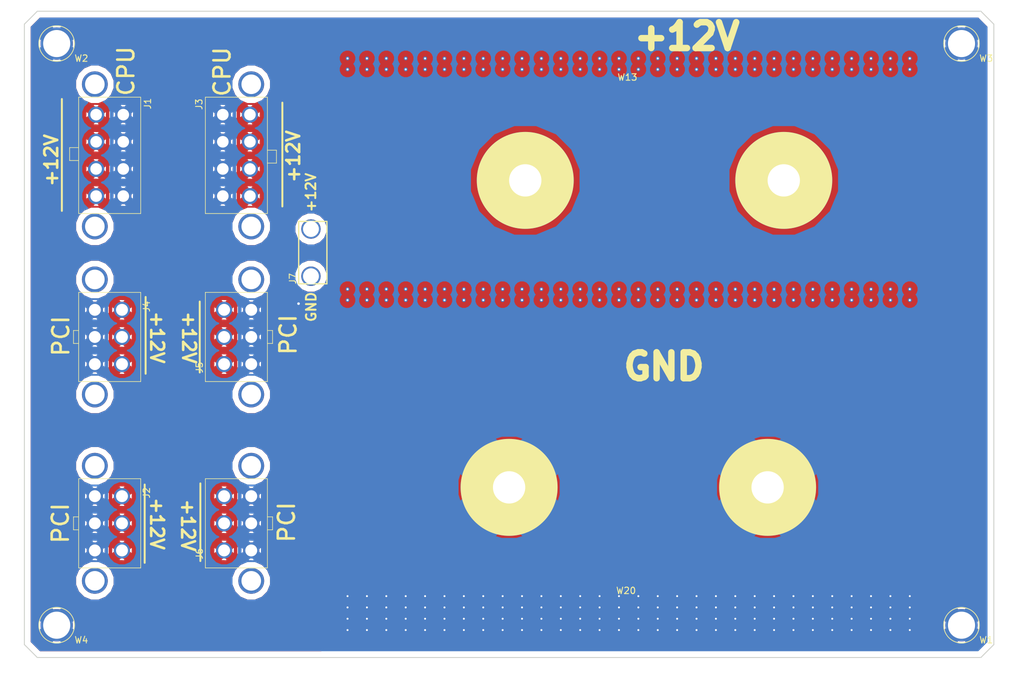
<source format=kicad_pcb>
(kicad_pcb (version 20171130) (host pcbnew "(5.1.5)-3")
  (layers (0 F.Cu signal) (31 B.Cu signal) (34 B.Paste user) (35 F.Paste user) (36 B.SilkS user) (37 F.SilkS user) (38 B.Mask user) (39 F.Mask user) (44 Edge.Cuts user))
  (net 0 "")
  (net 1 +12V)
  (net 2 GND)
  (module footprint_cts_gdrive:VIA-0.6mm (layer F.Cu) (at 212 52.3)
    (fp_text reference REF** hide)
    (fp_text value VIA-0.6mm hide)
    (pad 1 thru_hole circle (at 0 0) (size 0.6 0.6) (drill 0.3) (layers *.Cu) (net 1 +12V))
  )
  (module footprint_cts_gdrive:VIA-0.6mm (layer F.Cu) (at 209 52.3)
    (fp_text reference REF** hide)
    (fp_text value VIA-0.6mm hide)
    (pad 1 thru_hole circle (at 0 0) (size 0.6 0.6) (drill 0.3) (layers *.Cu) (net 1 +12V))
  )
  (module footprint_cts_gdrive:VIA-0.6mm (layer F.Cu) (at 206 52.3)
    (fp_text reference REF** hide)
    (fp_text value VIA-0.6mm hide)
    (pad 1 thru_hole circle (at 0 0) (size 0.6 0.6) (drill 0.3) (layers *.Cu) (net 1 +12V))
  )
  (module footprint_cts_gdrive:VIA-0.6mm (layer F.Cu) (at 203 52.3)
    (fp_text reference REF** hide)
    (fp_text value VIA-0.6mm hide)
    (pad 1 thru_hole circle (at 0 0) (size 0.6 0.6) (drill 0.3) (layers *.Cu) (net 1 +12V))
  )
  (module footprint_cts_gdrive:VIA-0.6mm (layer F.Cu) (at 200 52.3)
    (fp_text reference REF** hide)
    (fp_text value VIA-0.6mm hide)
    (pad 1 thru_hole circle (at 0 0) (size 0.6 0.6) (drill 0.3) (layers *.Cu) (net 1 +12V))
  )
  (module footprint_cts_gdrive:VIA-0.6mm (layer F.Cu) (at 197 52.3)
    (fp_text reference REF** hide)
    (fp_text value VIA-0.6mm hide)
    (pad 1 thru_hole circle (at 0 0) (size 0.6 0.6) (drill 0.3) (layers *.Cu) (net 1 +12V))
  )
  (module footprint_cts_gdrive:VIA-0.6mm (layer F.Cu) (at 194 52.3)
    (fp_text reference REF** hide)
    (fp_text value VIA-0.6mm hide)
    (pad 1 thru_hole circle (at 0 0) (size 0.6 0.6) (drill 0.3) (layers *.Cu) (net 1 +12V))
  )
  (module footprint_cts_gdrive:VIA-0.6mm (layer F.Cu) (at 191 52.3)
    (fp_text reference REF** hide)
    (fp_text value VIA-0.6mm hide)
    (pad 1 thru_hole circle (at 0 0) (size 0.6 0.6) (drill 0.3) (layers *.Cu) (net 1 +12V))
  )
  (module footprint_cts_gdrive:VIA-0.6mm (layer F.Cu) (at 188 52.3)
    (fp_text reference REF** hide)
    (fp_text value VIA-0.6mm hide)
    (pad 1 thru_hole circle (at 0 0) (size 0.6 0.6) (drill 0.3) (layers *.Cu) (net 1 +12V))
  )
  (module footprint_cts_gdrive:VIA-0.6mm (layer F.Cu) (at 185 52.3)
    (fp_text reference REF** hide)
    (fp_text value VIA-0.6mm hide)
    (pad 1 thru_hole circle (at 0 0) (size 0.6 0.6) (drill 0.3) (layers *.Cu) (net 1 +12V))
  )
  (module footprint_cts_gdrive:VIA-0.6mm (layer F.Cu) (at 182 52.3)
    (fp_text reference REF** hide)
    (fp_text value VIA-0.6mm hide)
    (pad 1 thru_hole circle (at 0 0) (size 0.6 0.6) (drill 0.3) (layers *.Cu) (net 1 +12V))
  )
  (module footprint_cts_gdrive:VIA-0.6mm (layer F.Cu) (at 179 52.3)
    (fp_text reference REF** hide)
    (fp_text value VIA-0.6mm hide)
    (pad 1 thru_hole circle (at 0 0) (size 0.6 0.6) (drill 0.3) (layers *.Cu) (net 1 +12V))
  )
  (module footprint_cts_gdrive:VIA-0.6mm (layer F.Cu) (at 176 52.3)
    (fp_text reference REF** hide)
    (fp_text value VIA-0.6mm hide)
    (pad 1 thru_hole circle (at 0 0) (size 0.6 0.6) (drill 0.3) (layers *.Cu) (net 1 +12V))
  )
  (module footprint_cts_gdrive:VIA-0.6mm (layer F.Cu) (at 173 52.3)
    (fp_text reference REF** hide)
    (fp_text value VIA-0.6mm hide)
    (pad 1 thru_hole circle (at 0 0) (size 0.6 0.6) (drill 0.3) (layers *.Cu) (net 1 +12V))
  )
  (module footprint_cts_gdrive:VIA-0.6mm (layer F.Cu) (at 170 52.3)
    (fp_text reference REF** hide)
    (fp_text value VIA-0.6mm hide)
    (pad 1 thru_hole circle (at 0 0) (size 0.6 0.6) (drill 0.3) (layers *.Cu) (net 1 +12V))
  )
  (module footprint_cts_gdrive:VIA-0.6mm (layer F.Cu) (at 167 52.3)
    (fp_text reference REF** hide)
    (fp_text value VIA-0.6mm hide)
    (pad 1 thru_hole circle (at 0 0) (size 0.6 0.6) (drill 0.3) (layers *.Cu) (net 1 +12V))
  )
  (module footprint_cts_gdrive:VIA-0.6mm (layer F.Cu) (at 164 52.3)
    (fp_text reference REF** hide)
    (fp_text value VIA-0.6mm hide)
    (pad 1 thru_hole circle (at 0 0) (size 0.6 0.6) (drill 0.3) (layers *.Cu) (net 1 +12V))
  )
  (module footprint_cts_gdrive:VIA-0.6mm (layer F.Cu) (at 161 52.3)
    (fp_text reference REF** hide)
    (fp_text value VIA-0.6mm hide)
    (pad 1 thru_hole circle (at 0 0) (size 0.6 0.6) (drill 0.3) (layers *.Cu) (net 1 +12V))
  )
  (module footprint_cts_gdrive:VIA-0.6mm (layer F.Cu) (at 158 52.3)
    (fp_text reference REF** hide)
    (fp_text value VIA-0.6mm hide)
    (pad 1 thru_hole circle (at 0 0) (size 0.6 0.6) (drill 0.3) (layers *.Cu) (net 1 +12V))
  )
  (module footprint_cts_gdrive:VIA-0.6mm (layer F.Cu) (at 155 52.3)
    (fp_text reference REF** hide)
    (fp_text value VIA-0.6mm hide)
    (pad 1 thru_hole circle (at 0 0) (size 0.6 0.6) (drill 0.3) (layers *.Cu) (net 1 +12V))
  )
  (module footprint_cts_gdrive:VIA-0.6mm (layer F.Cu) (at 152 52.3)
    (fp_text reference REF** hide)
    (fp_text value VIA-0.6mm hide)
    (pad 1 thru_hole circle (at 0 0) (size 0.6 0.6) (drill 0.3) (layers *.Cu) (net 1 +12V))
  )
  (module footprint_cts_gdrive:VIA-0.6mm (layer F.Cu) (at 149 52.3)
    (fp_text reference REF** hide)
    (fp_text value VIA-0.6mm hide)
    (pad 1 thru_hole circle (at 0 0) (size 0.6 0.6) (drill 0.3) (layers *.Cu) (net 1 +12V))
  )
  (module footprint_cts_gdrive:VIA-0.6mm (layer F.Cu) (at 146 52.3)
    (fp_text reference REF** hide)
    (fp_text value VIA-0.6mm hide)
    (pad 1 thru_hole circle (at 0 0) (size 0.6 0.6) (drill 0.3) (layers *.Cu) (net 1 +12V))
  )
  (module footprint_cts_gdrive:VIA-0.6mm (layer F.Cu) (at 143 52.3)
    (fp_text reference REF** hide)
    (fp_text value VIA-0.6mm hide)
    (pad 1 thru_hole circle (at 0 0) (size 0.6 0.6) (drill 0.3) (layers *.Cu) (net 1 +12V))
  )
  (module footprint_cts_gdrive:VIA-0.6mm (layer F.Cu) (at 140 52.3)
    (fp_text reference REF** hide)
    (fp_text value VIA-0.6mm hide)
    (pad 1 thru_hole circle (at 0 0) (size 0.6 0.6) (drill 0.3) (layers *.Cu) (net 1 +12V))
  )
  (module footprint_cts_gdrive:VIA-0.6mm (layer F.Cu) (at 137 52.3)
    (fp_text reference REF** hide)
    (fp_text value VIA-0.6mm hide)
    (pad 1 thru_hole circle (at 0 0) (size 0.6 0.6) (drill 0.3) (layers *.Cu) (net 1 +12V))
  )
  (module footprint_cts_gdrive:VIA-0.6mm (layer F.Cu) (at 134 52.3)
    (fp_text reference REF** hide)
    (fp_text value VIA-0.6mm hide)
    (pad 1 thru_hole circle (at 0 0) (size 0.6 0.6) (drill 0.3) (layers *.Cu) (net 1 +12V))
  )
  (module footprint_cts_gdrive:VIA-0.6mm (layer F.Cu) (at 131 52.3)
    (fp_text reference REF** hide)
    (fp_text value VIA-0.6mm hide)
    (pad 1 thru_hole circle (at 0 0) (size 0.6 0.6) (drill 0.3) (layers *.Cu) (net 1 +12V))
  )
  (module footprint_cts_gdrive:VIA-0.6mm (layer F.Cu) (at 128 52.3)
    (fp_text reference REF** hide)
    (fp_text value VIA-0.6mm hide)
    (pad 1 thru_hole circle (at 0 0) (size 0.6 0.6) (drill 0.3) (layers *.Cu) (net 1 +12V))
  )
  (module footprint_cts_gdrive:VIA-0.6mm (layer F.Cu) (at 125 52.3)
    (fp_text reference REF** hide)
    (fp_text value VIA-0.6mm hide)
    (pad 1 thru_hole circle (at 0 0) (size 0.6 0.6) (drill 0.3) (layers *.Cu) (net 1 +12V))
  )
  (module footprint_cts_gdrive:VIA-0.6mm (layer F.Cu) (at 212 54)
    (fp_text reference REF** hide)
    (fp_text value VIA-0.6mm hide)
    (pad 1 thru_hole circle (at 0 0) (size 0.6 0.6) (drill 0.3) (layers *.Cu) (net 1 +12V))
  )
  (module footprint_cts_gdrive:VIA-0.6mm (layer F.Cu) (at 209 54)
    (fp_text reference REF** hide)
    (fp_text value VIA-0.6mm hide)
    (pad 1 thru_hole circle (at 0 0) (size 0.6 0.6) (drill 0.3) (layers *.Cu) (net 1 +12V))
  )
  (module footprint_cts_gdrive:VIA-0.6mm (layer F.Cu) (at 206 54)
    (fp_text reference REF** hide)
    (fp_text value VIA-0.6mm hide)
    (pad 1 thru_hole circle (at 0 0) (size 0.6 0.6) (drill 0.3) (layers *.Cu) (net 1 +12V))
  )
  (module footprint_cts_gdrive:VIA-0.6mm (layer F.Cu) (at 203 54)
    (fp_text reference REF** hide)
    (fp_text value VIA-0.6mm hide)
    (pad 1 thru_hole circle (at 0 0) (size 0.6 0.6) (drill 0.3) (layers *.Cu) (net 1 +12V))
  )
  (module footprint_cts_gdrive:VIA-0.6mm (layer F.Cu) (at 200 54)
    (fp_text reference REF** hide)
    (fp_text value VIA-0.6mm hide)
    (pad 1 thru_hole circle (at 0 0) (size 0.6 0.6) (drill 0.3) (layers *.Cu) (net 1 +12V))
  )
  (module footprint_cts_gdrive:VIA-0.6mm (layer F.Cu) (at 197 54)
    (fp_text reference REF** hide)
    (fp_text value VIA-0.6mm hide)
    (pad 1 thru_hole circle (at 0 0) (size 0.6 0.6) (drill 0.3) (layers *.Cu) (net 1 +12V))
  )
  (module footprint_cts_gdrive:VIA-0.6mm (layer F.Cu) (at 194 54)
    (fp_text reference REF** hide)
    (fp_text value VIA-0.6mm hide)
    (pad 1 thru_hole circle (at 0 0) (size 0.6 0.6) (drill 0.3) (layers *.Cu) (net 1 +12V))
  )
  (module footprint_cts_gdrive:VIA-0.6mm (layer F.Cu) (at 191 54)
    (fp_text reference REF** hide)
    (fp_text value VIA-0.6mm hide)
    (pad 1 thru_hole circle (at 0 0) (size 0.6 0.6) (drill 0.3) (layers *.Cu) (net 1 +12V))
  )
  (module footprint_cts_gdrive:VIA-0.6mm (layer F.Cu) (at 188 54)
    (fp_text reference REF** hide)
    (fp_text value VIA-0.6mm hide)
    (pad 1 thru_hole circle (at 0 0) (size 0.6 0.6) (drill 0.3) (layers *.Cu) (net 1 +12V))
  )
  (module footprint_cts_gdrive:VIA-0.6mm (layer F.Cu) (at 185 54)
    (fp_text reference REF** hide)
    (fp_text value VIA-0.6mm hide)
    (pad 1 thru_hole circle (at 0 0) (size 0.6 0.6) (drill 0.3) (layers *.Cu) (net 1 +12V))
  )
  (module footprint_cts_gdrive:VIA-0.6mm (layer F.Cu) (at 182 54)
    (fp_text reference REF** hide)
    (fp_text value VIA-0.6mm hide)
    (pad 1 thru_hole circle (at 0 0) (size 0.6 0.6) (drill 0.3) (layers *.Cu) (net 1 +12V))
  )
  (module footprint_cts_gdrive:VIA-0.6mm (layer F.Cu) (at 179 54)
    (fp_text reference REF** hide)
    (fp_text value VIA-0.6mm hide)
    (pad 1 thru_hole circle (at 0 0) (size 0.6 0.6) (drill 0.3) (layers *.Cu) (net 1 +12V))
  )
  (module footprint_cts_gdrive:VIA-0.6mm (layer F.Cu) (at 176 54)
    (fp_text reference REF** hide)
    (fp_text value VIA-0.6mm hide)
    (pad 1 thru_hole circle (at 0 0) (size 0.6 0.6) (drill 0.3) (layers *.Cu) (net 1 +12V))
  )
  (module footprint_cts_gdrive:VIA-0.6mm (layer F.Cu) (at 173 54)
    (fp_text reference REF** hide)
    (fp_text value VIA-0.6mm hide)
    (pad 1 thru_hole circle (at 0 0) (size 0.6 0.6) (drill 0.3) (layers *.Cu) (net 1 +12V))
  )
  (module footprint_cts_gdrive:VIA-0.6mm (layer F.Cu) (at 170 54)
    (fp_text reference REF** hide)
    (fp_text value VIA-0.6mm hide)
    (pad 1 thru_hole circle (at 0 0) (size 0.6 0.6) (drill 0.3) (layers *.Cu) (net 1 +12V))
  )
  (module footprint_cts_gdrive:VIA-0.6mm (layer F.Cu) (at 167 54)
    (fp_text reference REF** hide)
    (fp_text value VIA-0.6mm hide)
    (pad 1 thru_hole circle (at 0 0) (size 0.6 0.6) (drill 0.3) (layers *.Cu) (net 1 +12V))
  )
  (module footprint_cts_gdrive:VIA-0.6mm (layer F.Cu) (at 164 54)
    (fp_text reference REF** hide)
    (fp_text value VIA-0.6mm hide)
    (pad 1 thru_hole circle (at 0 0) (size 0.6 0.6) (drill 0.3) (layers *.Cu) (net 1 +12V))
  )
  (module footprint_cts_gdrive:VIA-0.6mm (layer F.Cu) (at 161 54)
    (fp_text reference REF** hide)
    (fp_text value VIA-0.6mm hide)
    (pad 1 thru_hole circle (at 0 0) (size 0.6 0.6) (drill 0.3) (layers *.Cu) (net 1 +12V))
  )
  (module footprint_cts_gdrive:VIA-0.6mm (layer F.Cu) (at 158 54)
    (fp_text reference REF** hide)
    (fp_text value VIA-0.6mm hide)
    (pad 1 thru_hole circle (at 0 0) (size 0.6 0.6) (drill 0.3) (layers *.Cu) (net 1 +12V))
  )
  (module footprint_cts_gdrive:VIA-0.6mm (layer F.Cu) (at 155 54)
    (fp_text reference REF** hide)
    (fp_text value VIA-0.6mm hide)
    (pad 1 thru_hole circle (at 0 0) (size 0.6 0.6) (drill 0.3) (layers *.Cu) (net 1 +12V))
  )
  (module footprint_cts_gdrive:VIA-0.6mm (layer F.Cu) (at 152 54)
    (fp_text reference REF** hide)
    (fp_text value VIA-0.6mm hide)
    (pad 1 thru_hole circle (at 0 0) (size 0.6 0.6) (drill 0.3) (layers *.Cu) (net 1 +12V))
  )
  (module footprint_cts_gdrive:VIA-0.6mm (layer F.Cu) (at 149 54)
    (fp_text reference REF** hide)
    (fp_text value VIA-0.6mm hide)
    (pad 1 thru_hole circle (at 0 0) (size 0.6 0.6) (drill 0.3) (layers *.Cu) (net 1 +12V))
  )
  (module footprint_cts_gdrive:VIA-0.6mm (layer F.Cu) (at 146 54)
    (fp_text reference REF** hide)
    (fp_text value VIA-0.6mm hide)
    (pad 1 thru_hole circle (at 0 0) (size 0.6 0.6) (drill 0.3) (layers *.Cu) (net 1 +12V))
  )
  (module footprint_cts_gdrive:VIA-0.6mm (layer F.Cu) (at 143 54)
    (fp_text reference REF** hide)
    (fp_text value VIA-0.6mm hide)
    (pad 1 thru_hole circle (at 0 0) (size 0.6 0.6) (drill 0.3) (layers *.Cu) (net 1 +12V))
  )
  (module footprint_cts_gdrive:VIA-0.6mm (layer F.Cu) (at 140 54)
    (fp_text reference REF** hide)
    (fp_text value VIA-0.6mm hide)
    (pad 1 thru_hole circle (at 0 0) (size 0.6 0.6) (drill 0.3) (layers *.Cu) (net 1 +12V))
  )
  (module footprint_cts_gdrive:VIA-0.6mm (layer F.Cu) (at 137 54)
    (fp_text reference REF** hide)
    (fp_text value VIA-0.6mm hide)
    (pad 1 thru_hole circle (at 0 0) (size 0.6 0.6) (drill 0.3) (layers *.Cu) (net 1 +12V))
  )
  (module footprint_cts_gdrive:VIA-0.6mm (layer F.Cu) (at 134 54)
    (fp_text reference REF** hide)
    (fp_text value VIA-0.6mm hide)
    (pad 1 thru_hole circle (at 0 0) (size 0.6 0.6) (drill 0.3) (layers *.Cu) (net 1 +12V))
  )
  (module footprint_cts_gdrive:VIA-0.6mm (layer F.Cu) (at 131 54)
    (fp_text reference REF** hide)
    (fp_text value VIA-0.6mm hide)
    (pad 1 thru_hole circle (at 0 0) (size 0.6 0.6) (drill 0.3) (layers *.Cu) (net 1 +12V))
  )
  (module footprint_cts_gdrive:VIA-0.6mm (layer F.Cu) (at 128 54)
    (fp_text reference REF** hide)
    (fp_text value VIA-0.6mm hide)
    (pad 1 thru_hole circle (at 0 0) (size 0.6 0.6) (drill 0.3) (layers *.Cu) (net 1 +12V))
  )
  (module footprint_cts_gdrive:VIA-0.6mm (layer F.Cu) (at 212 89.7)
    (fp_text reference REF** hide)
    (fp_text value VIA-0.6mm hide)
    (pad 1 thru_hole circle (at 0 0) (size 0.6 0.6) (drill 0.3) (layers *.Cu) (net 1 +12V))
  )
  (module footprint_cts_gdrive:VIA-0.6mm (layer F.Cu) (at 209 89.7)
    (fp_text reference REF** hide)
    (fp_text value VIA-0.6mm hide)
    (pad 1 thru_hole circle (at 0 0) (size 0.6 0.6) (drill 0.3) (layers *.Cu) (net 1 +12V))
  )
  (module footprint_cts_gdrive:VIA-0.6mm (layer F.Cu) (at 206 89.7)
    (fp_text reference REF** hide)
    (fp_text value VIA-0.6mm hide)
    (pad 1 thru_hole circle (at 0 0) (size 0.6 0.6) (drill 0.3) (layers *.Cu) (net 1 +12V))
  )
  (module footprint_cts_gdrive:VIA-0.6mm (layer F.Cu) (at 203 89.7)
    (fp_text reference REF** hide)
    (fp_text value VIA-0.6mm hide)
    (pad 1 thru_hole circle (at 0 0) (size 0.6 0.6) (drill 0.3) (layers *.Cu) (net 1 +12V))
  )
  (module footprint_cts_gdrive:VIA-0.6mm (layer F.Cu) (at 200 89.7)
    (fp_text reference REF** hide)
    (fp_text value VIA-0.6mm hide)
    (pad 1 thru_hole circle (at 0 0) (size 0.6 0.6) (drill 0.3) (layers *.Cu) (net 1 +12V))
  )
  (module footprint_cts_gdrive:VIA-0.6mm (layer F.Cu) (at 197 89.7)
    (fp_text reference REF** hide)
    (fp_text value VIA-0.6mm hide)
    (pad 1 thru_hole circle (at 0 0) (size 0.6 0.6) (drill 0.3) (layers *.Cu) (net 1 +12V))
  )
  (module footprint_cts_gdrive:VIA-0.6mm (layer F.Cu) (at 194 89.7)
    (fp_text reference REF** hide)
    (fp_text value VIA-0.6mm hide)
    (pad 1 thru_hole circle (at 0 0) (size 0.6 0.6) (drill 0.3) (layers *.Cu) (net 1 +12V))
  )
  (module footprint_cts_gdrive:VIA-0.6mm (layer F.Cu) (at 191 89.7)
    (fp_text reference REF** hide)
    (fp_text value VIA-0.6mm hide)
    (pad 1 thru_hole circle (at 0 0) (size 0.6 0.6) (drill 0.3) (layers *.Cu) (net 1 +12V))
  )
  (module footprint_cts_gdrive:VIA-0.6mm (layer F.Cu) (at 188 89.7)
    (fp_text reference REF** hide)
    (fp_text value VIA-0.6mm hide)
    (pad 1 thru_hole circle (at 0 0) (size 0.6 0.6) (drill 0.3) (layers *.Cu) (net 1 +12V))
  )
  (module footprint_cts_gdrive:VIA-0.6mm (layer F.Cu) (at 185 89.7)
    (fp_text reference REF** hide)
    (fp_text value VIA-0.6mm hide)
    (pad 1 thru_hole circle (at 0 0) (size 0.6 0.6) (drill 0.3) (layers *.Cu) (net 1 +12V))
  )
  (module footprint_cts_gdrive:VIA-0.6mm (layer F.Cu) (at 182 89.7)
    (fp_text reference REF** hide)
    (fp_text value VIA-0.6mm hide)
    (pad 1 thru_hole circle (at 0 0) (size 0.6 0.6) (drill 0.3) (layers *.Cu) (net 1 +12V))
  )
  (module footprint_cts_gdrive:VIA-0.6mm (layer F.Cu) (at 179 89.7)
    (fp_text reference REF** hide)
    (fp_text value VIA-0.6mm hide)
    (pad 1 thru_hole circle (at 0 0) (size 0.6 0.6) (drill 0.3) (layers *.Cu) (net 1 +12V))
  )
  (module footprint_cts_gdrive:VIA-0.6mm (layer F.Cu) (at 176 89.7)
    (fp_text reference REF** hide)
    (fp_text value VIA-0.6mm hide)
    (pad 1 thru_hole circle (at 0 0) (size 0.6 0.6) (drill 0.3) (layers *.Cu) (net 1 +12V))
  )
  (module footprint_cts_gdrive:VIA-0.6mm (layer F.Cu) (at 173 89.7)
    (fp_text reference REF** hide)
    (fp_text value VIA-0.6mm hide)
    (pad 1 thru_hole circle (at 0 0) (size 0.6 0.6) (drill 0.3) (layers *.Cu) (net 1 +12V))
  )
  (module footprint_cts_gdrive:VIA-0.6mm (layer F.Cu) (at 170 89.7)
    (fp_text reference REF** hide)
    (fp_text value VIA-0.6mm hide)
    (pad 1 thru_hole circle (at 0 0) (size 0.6 0.6) (drill 0.3) (layers *.Cu) (net 1 +12V))
  )
  (module footprint_cts_gdrive:VIA-0.6mm (layer F.Cu) (at 167 89.7)
    (fp_text reference REF** hide)
    (fp_text value VIA-0.6mm hide)
    (pad 1 thru_hole circle (at 0 0) (size 0.6 0.6) (drill 0.3) (layers *.Cu) (net 1 +12V))
  )
  (module footprint_cts_gdrive:VIA-0.6mm (layer F.Cu) (at 164 89.7)
    (fp_text reference REF** hide)
    (fp_text value VIA-0.6mm hide)
    (pad 1 thru_hole circle (at 0 0) (size 0.6 0.6) (drill 0.3) (layers *.Cu) (net 1 +12V))
  )
  (module footprint_cts_gdrive:VIA-0.6mm (layer F.Cu) (at 161 89.7)
    (fp_text reference REF** hide)
    (fp_text value VIA-0.6mm hide)
    (pad 1 thru_hole circle (at 0 0) (size 0.6 0.6) (drill 0.3) (layers *.Cu) (net 1 +12V))
  )
  (module footprint_cts_gdrive:VIA-0.6mm (layer F.Cu) (at 158 89.7)
    (fp_text reference REF** hide)
    (fp_text value VIA-0.6mm hide)
    (pad 1 thru_hole circle (at 0 0) (size 0.6 0.6) (drill 0.3) (layers *.Cu) (net 1 +12V))
  )
  (module footprint_cts_gdrive:VIA-0.6mm (layer F.Cu) (at 155 89.7)
    (fp_text reference REF** hide)
    (fp_text value VIA-0.6mm hide)
    (pad 1 thru_hole circle (at 0 0) (size 0.6 0.6) (drill 0.3) (layers *.Cu) (net 1 +12V))
  )
  (module footprint_cts_gdrive:VIA-0.6mm (layer F.Cu) (at 152 89.7)
    (fp_text reference REF** hide)
    (fp_text value VIA-0.6mm hide)
    (pad 1 thru_hole circle (at 0 0) (size 0.6 0.6) (drill 0.3) (layers *.Cu) (net 1 +12V))
  )
  (module footprint_cts_gdrive:VIA-0.6mm (layer F.Cu) (at 149 89.7)
    (fp_text reference REF** hide)
    (fp_text value VIA-0.6mm hide)
    (pad 1 thru_hole circle (at 0 0) (size 0.6 0.6) (drill 0.3) (layers *.Cu) (net 1 +12V))
  )
  (module footprint_cts_gdrive:VIA-0.6mm (layer F.Cu) (at 146 89.7)
    (fp_text reference REF** hide)
    (fp_text value VIA-0.6mm hide)
    (pad 1 thru_hole circle (at 0 0) (size 0.6 0.6) (drill 0.3) (layers *.Cu) (net 1 +12V))
  )
  (module footprint_cts_gdrive:VIA-0.6mm (layer F.Cu) (at 143 89.7)
    (fp_text reference REF** hide)
    (fp_text value VIA-0.6mm hide)
    (pad 1 thru_hole circle (at 0 0) (size 0.6 0.6) (drill 0.3) (layers *.Cu) (net 1 +12V))
  )
  (module footprint_cts_gdrive:VIA-0.6mm (layer F.Cu) (at 140 89.7)
    (fp_text reference REF** hide)
    (fp_text value VIA-0.6mm hide)
    (pad 1 thru_hole circle (at 0 0) (size 0.6 0.6) (drill 0.3) (layers *.Cu) (net 1 +12V))
  )
  (module footprint_cts_gdrive:VIA-0.6mm (layer F.Cu) (at 137 89.7)
    (fp_text reference REF** hide)
    (fp_text value VIA-0.6mm hide)
    (pad 1 thru_hole circle (at 0 0) (size 0.6 0.6) (drill 0.3) (layers *.Cu) (net 1 +12V))
  )
  (module footprint_cts_gdrive:VIA-0.6mm (layer F.Cu) (at 134 89.7)
    (fp_text reference REF** hide)
    (fp_text value VIA-0.6mm hide)
    (pad 1 thru_hole circle (at 0 0) (size 0.6 0.6) (drill 0.3) (layers *.Cu) (net 1 +12V))
  )
  (module footprint_cts_gdrive:VIA-0.6mm (layer F.Cu) (at 131 89.7)
    (fp_text reference REF** hide)
    (fp_text value VIA-0.6mm hide)
    (pad 1 thru_hole circle (at 0 0) (size 0.6 0.6) (drill 0.3) (layers *.Cu) (net 1 +12V))
  )
  (module footprint_cts_gdrive:VIA-0.6mm (layer F.Cu) (at 128 89.7)
    (fp_text reference REF** hide)
    (fp_text value VIA-0.6mm hide)
    (pad 1 thru_hole circle (at 0 0) (size 0.6 0.6) (drill 0.3) (layers *.Cu) (net 1 +12V))
  )
  (module footprint_cts_gdrive:VIA-0.6mm (layer F.Cu) (at 125 89.7)
    (fp_text reference REF** hide)
    (fp_text value VIA-0.6mm hide)
    (pad 1 thru_hole circle (at 0 0) (size 0.6 0.6) (drill 0.3) (layers *.Cu) (net 1 +12V))
  )
  (module footprint_cts_gdrive:VIA-0.6mm (layer F.Cu) (at 212 88)
    (fp_text reference REF** hide)
    (fp_text value VIA-0.6mm hide)
    (pad 1 thru_hole circle (at 0 0) (size 0.6 0.6) (drill 0.3) (layers *.Cu) (net 1 +12V))
  )
  (module footprint_cts_gdrive:VIA-0.6mm (layer F.Cu) (at 209 88)
    (fp_text reference REF** hide)
    (fp_text value VIA-0.6mm hide)
    (pad 1 thru_hole circle (at 0 0) (size 0.6 0.6) (drill 0.3) (layers *.Cu) (net 1 +12V))
  )
  (module footprint_cts_gdrive:VIA-0.6mm (layer F.Cu) (at 206 88)
    (fp_text reference REF** hide)
    (fp_text value VIA-0.6mm hide)
    (pad 1 thru_hole circle (at 0 0) (size 0.6 0.6) (drill 0.3) (layers *.Cu) (net 1 +12V))
  )
  (module footprint_cts_gdrive:VIA-0.6mm (layer F.Cu) (at 203 88)
    (fp_text reference REF** hide)
    (fp_text value VIA-0.6mm hide)
    (pad 1 thru_hole circle (at 0 0) (size 0.6 0.6) (drill 0.3) (layers *.Cu) (net 1 +12V))
  )
  (module footprint_cts_gdrive:VIA-0.6mm (layer F.Cu) (at 200 88)
    (fp_text reference REF** hide)
    (fp_text value VIA-0.6mm hide)
    (pad 1 thru_hole circle (at 0 0) (size 0.6 0.6) (drill 0.3) (layers *.Cu) (net 1 +12V))
  )
  (module footprint_cts_gdrive:VIA-0.6mm (layer F.Cu) (at 197 88)
    (fp_text reference REF** hide)
    (fp_text value VIA-0.6mm hide)
    (pad 1 thru_hole circle (at 0 0) (size 0.6 0.6) (drill 0.3) (layers *.Cu) (net 1 +12V))
  )
  (module footprint_cts_gdrive:VIA-0.6mm (layer F.Cu) (at 194 88)
    (fp_text reference REF** hide)
    (fp_text value VIA-0.6mm hide)
    (pad 1 thru_hole circle (at 0 0) (size 0.6 0.6) (drill 0.3) (layers *.Cu) (net 1 +12V))
  )
  (module footprint_cts_gdrive:VIA-0.6mm (layer F.Cu) (at 191 88)
    (fp_text reference REF** hide)
    (fp_text value VIA-0.6mm hide)
    (pad 1 thru_hole circle (at 0 0) (size 0.6 0.6) (drill 0.3) (layers *.Cu) (net 1 +12V))
  )
  (module footprint_cts_gdrive:VIA-0.6mm (layer F.Cu) (at 188 88)
    (fp_text reference REF** hide)
    (fp_text value VIA-0.6mm hide)
    (pad 1 thru_hole circle (at 0 0) (size 0.6 0.6) (drill 0.3) (layers *.Cu) (net 1 +12V))
  )
  (module footprint_cts_gdrive:VIA-0.6mm (layer F.Cu) (at 185 88)
    (fp_text reference REF** hide)
    (fp_text value VIA-0.6mm hide)
    (pad 1 thru_hole circle (at 0 0) (size 0.6 0.6) (drill 0.3) (layers *.Cu) (net 1 +12V))
  )
  (module footprint_cts_gdrive:VIA-0.6mm (layer F.Cu) (at 182 88)
    (fp_text reference REF** hide)
    (fp_text value VIA-0.6mm hide)
    (pad 1 thru_hole circle (at 0 0) (size 0.6 0.6) (drill 0.3) (layers *.Cu) (net 1 +12V))
  )
  (module footprint_cts_gdrive:VIA-0.6mm (layer F.Cu) (at 179 88)
    (fp_text reference REF** hide)
    (fp_text value VIA-0.6mm hide)
    (pad 1 thru_hole circle (at 0 0) (size 0.6 0.6) (drill 0.3) (layers *.Cu) (net 1 +12V))
  )
  (module footprint_cts_gdrive:VIA-0.6mm (layer F.Cu) (at 176 88)
    (fp_text reference REF** hide)
    (fp_text value VIA-0.6mm hide)
    (pad 1 thru_hole circle (at 0 0) (size 0.6 0.6) (drill 0.3) (layers *.Cu) (net 1 +12V))
  )
  (module footprint_cts_gdrive:VIA-0.6mm (layer F.Cu) (at 173 88)
    (fp_text reference REF** hide)
    (fp_text value VIA-0.6mm hide)
    (pad 1 thru_hole circle (at 0 0) (size 0.6 0.6) (drill 0.3) (layers *.Cu) (net 1 +12V))
  )
  (module footprint_cts_gdrive:VIA-0.6mm (layer F.Cu) (at 170 88)
    (fp_text reference REF** hide)
    (fp_text value VIA-0.6mm hide)
    (pad 1 thru_hole circle (at 0 0) (size 0.6 0.6) (drill 0.3) (layers *.Cu) (net 1 +12V))
  )
  (module footprint_cts_gdrive:VIA-0.6mm (layer F.Cu) (at 167 88)
    (fp_text reference REF** hide)
    (fp_text value VIA-0.6mm hide)
    (pad 1 thru_hole circle (at 0 0) (size 0.6 0.6) (drill 0.3) (layers *.Cu) (net 1 +12V))
  )
  (module footprint_cts_gdrive:VIA-0.6mm (layer F.Cu) (at 164 88)
    (fp_text reference REF** hide)
    (fp_text value VIA-0.6mm hide)
    (pad 1 thru_hole circle (at 0 0) (size 0.6 0.6) (drill 0.3) (layers *.Cu) (net 1 +12V))
  )
  (module footprint_cts_gdrive:VIA-0.6mm (layer F.Cu) (at 161 88)
    (fp_text reference REF** hide)
    (fp_text value VIA-0.6mm hide)
    (pad 1 thru_hole circle (at 0 0) (size 0.6 0.6) (drill 0.3) (layers *.Cu) (net 1 +12V))
  )
  (module footprint_cts_gdrive:VIA-0.6mm (layer F.Cu) (at 158 88)
    (fp_text reference REF** hide)
    (fp_text value VIA-0.6mm hide)
    (pad 1 thru_hole circle (at 0 0) (size 0.6 0.6) (drill 0.3) (layers *.Cu) (net 1 +12V))
  )
  (module footprint_cts_gdrive:VIA-0.6mm (layer F.Cu) (at 155 88)
    (fp_text reference REF** hide)
    (fp_text value VIA-0.6mm hide)
    (pad 1 thru_hole circle (at 0 0) (size 0.6 0.6) (drill 0.3) (layers *.Cu) (net 1 +12V))
  )
  (module footprint_cts_gdrive:VIA-0.6mm (layer F.Cu) (at 152 88)
    (fp_text reference REF** hide)
    (fp_text value VIA-0.6mm hide)
    (pad 1 thru_hole circle (at 0 0) (size 0.6 0.6) (drill 0.3) (layers *.Cu) (net 1 +12V))
  )
  (module footprint_cts_gdrive:VIA-0.6mm (layer F.Cu) (at 149 88)
    (fp_text reference REF** hide)
    (fp_text value VIA-0.6mm hide)
    (pad 1 thru_hole circle (at 0 0) (size 0.6 0.6) (drill 0.3) (layers *.Cu) (net 1 +12V))
  )
  (module footprint_cts_gdrive:VIA-0.6mm (layer F.Cu) (at 146 88)
    (fp_text reference REF** hide)
    (fp_text value VIA-0.6mm hide)
    (pad 1 thru_hole circle (at 0 0) (size 0.6 0.6) (drill 0.3) (layers *.Cu) (net 1 +12V))
  )
  (module footprint_cts_gdrive:VIA-0.6mm (layer F.Cu) (at 143 88)
    (fp_text reference REF** hide)
    (fp_text value VIA-0.6mm hide)
    (pad 1 thru_hole circle (at 0 0) (size 0.6 0.6) (drill 0.3) (layers *.Cu) (net 1 +12V))
  )
  (module footprint_cts_gdrive:VIA-0.6mm (layer F.Cu) (at 140 88)
    (fp_text reference REF** hide)
    (fp_text value VIA-0.6mm hide)
    (pad 1 thru_hole circle (at 0 0) (size 0.6 0.6) (drill 0.3) (layers *.Cu) (net 1 +12V))
  )
  (module footprint_cts_gdrive:VIA-0.6mm (layer F.Cu) (at 137 88)
    (fp_text reference REF** hide)
    (fp_text value VIA-0.6mm hide)
    (pad 1 thru_hole circle (at 0 0) (size 0.6 0.6) (drill 0.3) (layers *.Cu) (net 1 +12V))
  )
  (module footprint_cts_gdrive:VIA-0.6mm (layer F.Cu) (at 134 88)
    (fp_text reference REF** hide)
    (fp_text value VIA-0.6mm hide)
    (pad 1 thru_hole circle (at 0 0) (size 0.6 0.6) (drill 0.3) (layers *.Cu) (net 1 +12V))
  )
  (module footprint_cts_gdrive:VIA-0.6mm (layer F.Cu) (at 131 88)
    (fp_text reference REF** hide)
    (fp_text value VIA-0.6mm hide)
    (pad 1 thru_hole circle (at 0 0) (size 0.6 0.6) (drill 0.3) (layers *.Cu) (net 1 +12V))
  )
  (module footprint_cts_gdrive:VIA-0.6mm (layer F.Cu) (at 128 88)
    (fp_text reference REF** hide)
    (fp_text value VIA-0.6mm hide)
    (pad 1 thru_hole circle (at 0 0) (size 0.6 0.6) (drill 0.3) (layers *.Cu) (net 1 +12V))
  )
  (module footprint_cts:VIA-0.6mm (layer F.Cu) (at 212 140.75)
    (fp_text reference REF** hide)
    (fp_text value VIA-0.6mm hide)
    (pad 1 thru_hole circle (at 0 0) (size 0.6 0.6) (drill 0.3) (layers *.Cu) (net 2 GND))
  )
  (module footprint_cts:VIA-0.6mm (layer F.Cu) (at 209 140.75)
    (fp_text reference REF** hide)
    (fp_text value VIA-0.6mm hide)
    (pad 1 thru_hole circle (at 0 0) (size 0.6 0.6) (drill 0.3) (layers *.Cu) (net 2 GND))
  )
  (module footprint_cts:VIA-0.6mm (layer F.Cu) (at 206 140.75)
    (fp_text reference REF** hide)
    (fp_text value VIA-0.6mm hide)
    (pad 1 thru_hole circle (at 0 0) (size 0.6 0.6) (drill 0.3) (layers *.Cu) (net 2 GND))
  )
  (module footprint_cts:VIA-0.6mm (layer F.Cu) (at 203 140.75)
    (fp_text reference REF** hide)
    (fp_text value VIA-0.6mm hide)
    (pad 1 thru_hole circle (at 0 0) (size 0.6 0.6) (drill 0.3) (layers *.Cu) (net 2 GND))
  )
  (module footprint_cts:VIA-0.6mm (layer F.Cu) (at 200 140.75)
    (fp_text reference REF** hide)
    (fp_text value VIA-0.6mm hide)
    (pad 1 thru_hole circle (at 0 0) (size 0.6 0.6) (drill 0.3) (layers *.Cu) (net 2 GND))
  )
  (module footprint_cts:VIA-0.6mm (layer F.Cu) (at 197 140.75)
    (fp_text reference REF** hide)
    (fp_text value VIA-0.6mm hide)
    (pad 1 thru_hole circle (at 0 0) (size 0.6 0.6) (drill 0.3) (layers *.Cu) (net 2 GND))
  )
  (module footprint_cts:VIA-0.6mm (layer F.Cu) (at 194 140.75)
    (fp_text reference REF** hide)
    (fp_text value VIA-0.6mm hide)
    (pad 1 thru_hole circle (at 0 0) (size 0.6 0.6) (drill 0.3) (layers *.Cu) (net 2 GND))
  )
  (module footprint_cts:VIA-0.6mm (layer F.Cu) (at 191 140.75)
    (fp_text reference REF** hide)
    (fp_text value VIA-0.6mm hide)
    (pad 1 thru_hole circle (at 0 0) (size 0.6 0.6) (drill 0.3) (layers *.Cu) (net 2 GND))
  )
  (module footprint_cts:VIA-0.6mm (layer F.Cu) (at 188 140.75)
    (fp_text reference REF** hide)
    (fp_text value VIA-0.6mm hide)
    (pad 1 thru_hole circle (at 0 0) (size 0.6 0.6) (drill 0.3) (layers *.Cu) (net 2 GND))
  )
  (module footprint_cts:VIA-0.6mm (layer F.Cu) (at 185 140.75)
    (fp_text reference REF** hide)
    (fp_text value VIA-0.6mm hide)
    (pad 1 thru_hole circle (at 0 0) (size 0.6 0.6) (drill 0.3) (layers *.Cu) (net 2 GND))
  )
  (module footprint_cts:VIA-0.6mm (layer F.Cu) (at 182 140.75)
    (fp_text reference REF** hide)
    (fp_text value VIA-0.6mm hide)
    (pad 1 thru_hole circle (at 0 0) (size 0.6 0.6) (drill 0.3) (layers *.Cu) (net 2 GND))
  )
  (module footprint_cts:VIA-0.6mm (layer F.Cu) (at 179 140.75)
    (fp_text reference REF** hide)
    (fp_text value VIA-0.6mm hide)
    (pad 1 thru_hole circle (at 0 0) (size 0.6 0.6) (drill 0.3) (layers *.Cu) (net 2 GND))
  )
  (module footprint_cts:VIA-0.6mm (layer F.Cu) (at 176 140.75)
    (fp_text reference REF** hide)
    (fp_text value VIA-0.6mm hide)
    (pad 1 thru_hole circle (at 0 0) (size 0.6 0.6) (drill 0.3) (layers *.Cu) (net 2 GND))
  )
  (module footprint_cts:VIA-0.6mm (layer F.Cu) (at 173 140.75)
    (fp_text reference REF** hide)
    (fp_text value VIA-0.6mm hide)
    (pad 1 thru_hole circle (at 0 0) (size 0.6 0.6) (drill 0.3) (layers *.Cu) (net 2 GND))
  )
  (module footprint_cts:VIA-0.6mm (layer F.Cu) (at 170 140.75)
    (fp_text reference REF** hide)
    (fp_text value VIA-0.6mm hide)
    (pad 1 thru_hole circle (at 0 0) (size 0.6 0.6) (drill 0.3) (layers *.Cu) (net 2 GND))
  )
  (module footprint_cts:VIA-0.6mm (layer F.Cu) (at 167 140.75)
    (fp_text reference REF** hide)
    (fp_text value VIA-0.6mm hide)
    (pad 1 thru_hole circle (at 0 0) (size 0.6 0.6) (drill 0.3) (layers *.Cu) (net 2 GND))
  )
  (module footprint_cts:VIA-0.6mm (layer F.Cu) (at 164 140.75)
    (fp_text reference REF** hide)
    (fp_text value VIA-0.6mm hide)
    (pad 1 thru_hole circle (at 0 0) (size 0.6 0.6) (drill 0.3) (layers *.Cu) (net 2 GND))
  )
  (module footprint_cts:VIA-0.6mm (layer F.Cu) (at 161 140.75)
    (fp_text reference REF** hide)
    (fp_text value VIA-0.6mm hide)
    (pad 1 thru_hole circle (at 0 0) (size 0.6 0.6) (drill 0.3) (layers *.Cu) (net 2 GND))
  )
  (module footprint_cts:VIA-0.6mm (layer F.Cu) (at 158 140.75)
    (fp_text reference REF** hide)
    (fp_text value VIA-0.6mm hide)
    (pad 1 thru_hole circle (at 0 0) (size 0.6 0.6) (drill 0.3) (layers *.Cu) (net 2 GND))
  )
  (module footprint_cts:VIA-0.6mm (layer F.Cu) (at 155 140.75)
    (fp_text reference REF** hide)
    (fp_text value VIA-0.6mm hide)
    (pad 1 thru_hole circle (at 0 0) (size 0.6 0.6) (drill 0.3) (layers *.Cu) (net 2 GND))
  )
  (module footprint_cts:VIA-0.6mm (layer F.Cu) (at 152 140.75)
    (fp_text reference REF** hide)
    (fp_text value VIA-0.6mm hide)
    (pad 1 thru_hole circle (at 0 0) (size 0.6 0.6) (drill 0.3) (layers *.Cu) (net 2 GND))
  )
  (module footprint_cts:VIA-0.6mm (layer F.Cu) (at 149 140.75)
    (fp_text reference REF** hide)
    (fp_text value VIA-0.6mm hide)
    (pad 1 thru_hole circle (at 0 0) (size 0.6 0.6) (drill 0.3) (layers *.Cu) (net 2 GND))
  )
  (module footprint_cts:VIA-0.6mm (layer F.Cu) (at 146 140.75)
    (fp_text reference REF** hide)
    (fp_text value VIA-0.6mm hide)
    (pad 1 thru_hole circle (at 0 0) (size 0.6 0.6) (drill 0.3) (layers *.Cu) (net 2 GND))
  )
  (module footprint_cts:VIA-0.6mm (layer F.Cu) (at 143 140.75)
    (fp_text reference REF** hide)
    (fp_text value VIA-0.6mm hide)
    (pad 1 thru_hole circle (at 0 0) (size 0.6 0.6) (drill 0.3) (layers *.Cu) (net 2 GND))
  )
  (module footprint_cts:VIA-0.6mm (layer F.Cu) (at 140 140.75)
    (fp_text reference REF** hide)
    (fp_text value VIA-0.6mm hide)
    (pad 1 thru_hole circle (at 0 0) (size 0.6 0.6) (drill 0.3) (layers *.Cu) (net 2 GND))
  )
  (module footprint_cts:VIA-0.6mm (layer F.Cu) (at 137 140.75)
    (fp_text reference REF** hide)
    (fp_text value VIA-0.6mm hide)
    (pad 1 thru_hole circle (at 0 0) (size 0.6 0.6) (drill 0.3) (layers *.Cu) (net 2 GND))
  )
  (module footprint_cts:VIA-0.6mm (layer F.Cu) (at 134 140.75)
    (fp_text reference REF** hide)
    (fp_text value VIA-0.6mm hide)
    (pad 1 thru_hole circle (at 0 0) (size 0.6 0.6) (drill 0.3) (layers *.Cu) (net 2 GND))
  )
  (module footprint_cts:VIA-0.6mm (layer F.Cu) (at 131 140.75)
    (fp_text reference REF** hide)
    (fp_text value VIA-0.6mm hide)
    (pad 1 thru_hole circle (at 0 0) (size 0.6 0.6) (drill 0.3) (layers *.Cu) (net 2 GND))
  )
  (module footprint_cts:VIA-0.6mm (layer F.Cu) (at 128 140.75)
    (fp_text reference REF** hide)
    (fp_text value VIA-0.6mm hide)
    (pad 1 thru_hole circle (at 0 0) (size 0.6 0.6) (drill 0.3) (layers *.Cu) (net 2 GND))
  )
  (module footprint_cts:VIA-0.6mm (layer F.Cu) (at 125 140.75)
    (fp_text reference REF** hide)
    (fp_text value VIA-0.6mm hide)
    (pad 1 thru_hole circle (at 0 0) (size 0.6 0.6) (drill 0.3) (layers *.Cu) (net 2 GND))
  )
  (module footprint_cts:VIA-0.6mm (layer F.Cu) (at 212 139)
    (fp_text reference REF** hide)
    (fp_text value VIA-0.6mm hide)
    (pad 1 thru_hole circle (at 0 0) (size 0.6 0.6) (drill 0.3) (layers *.Cu) (net 2 GND))
  )
  (module footprint_cts:VIA-0.6mm (layer F.Cu) (at 209 139)
    (fp_text reference REF** hide)
    (fp_text value VIA-0.6mm hide)
    (pad 1 thru_hole circle (at 0 0) (size 0.6 0.6) (drill 0.3) (layers *.Cu) (net 2 GND))
  )
  (module footprint_cts:VIA-0.6mm (layer F.Cu) (at 206 139)
    (fp_text reference REF** hide)
    (fp_text value VIA-0.6mm hide)
    (pad 1 thru_hole circle (at 0 0) (size 0.6 0.6) (drill 0.3) (layers *.Cu) (net 2 GND))
  )
  (module footprint_cts:VIA-0.6mm (layer F.Cu) (at 203 139)
    (fp_text reference REF** hide)
    (fp_text value VIA-0.6mm hide)
    (pad 1 thru_hole circle (at 0 0) (size 0.6 0.6) (drill 0.3) (layers *.Cu) (net 2 GND))
  )
  (module footprint_cts:VIA-0.6mm (layer F.Cu) (at 200 139)
    (fp_text reference REF** hide)
    (fp_text value VIA-0.6mm hide)
    (pad 1 thru_hole circle (at 0 0) (size 0.6 0.6) (drill 0.3) (layers *.Cu) (net 2 GND))
  )
  (module footprint_cts:VIA-0.6mm (layer F.Cu) (at 197 139)
    (fp_text reference REF** hide)
    (fp_text value VIA-0.6mm hide)
    (pad 1 thru_hole circle (at 0 0) (size 0.6 0.6) (drill 0.3) (layers *.Cu) (net 2 GND))
  )
  (module footprint_cts:VIA-0.6mm (layer F.Cu) (at 194 139)
    (fp_text reference REF** hide)
    (fp_text value VIA-0.6mm hide)
    (pad 1 thru_hole circle (at 0 0) (size 0.6 0.6) (drill 0.3) (layers *.Cu) (net 2 GND))
  )
  (module footprint_cts:VIA-0.6mm (layer F.Cu) (at 191 139)
    (fp_text reference REF** hide)
    (fp_text value VIA-0.6mm hide)
    (pad 1 thru_hole circle (at 0 0) (size 0.6 0.6) (drill 0.3) (layers *.Cu) (net 2 GND))
  )
  (module footprint_cts:VIA-0.6mm (layer F.Cu) (at 188 139)
    (fp_text reference REF** hide)
    (fp_text value VIA-0.6mm hide)
    (pad 1 thru_hole circle (at 0 0) (size 0.6 0.6) (drill 0.3) (layers *.Cu) (net 2 GND))
  )
  (module footprint_cts:VIA-0.6mm (layer F.Cu) (at 185 139)
    (fp_text reference REF** hide)
    (fp_text value VIA-0.6mm hide)
    (pad 1 thru_hole circle (at 0 0) (size 0.6 0.6) (drill 0.3) (layers *.Cu) (net 2 GND))
  )
  (module footprint_cts:VIA-0.6mm (layer F.Cu) (at 182 139)
    (fp_text reference REF** hide)
    (fp_text value VIA-0.6mm hide)
    (pad 1 thru_hole circle (at 0 0) (size 0.6 0.6) (drill 0.3) (layers *.Cu) (net 2 GND))
  )
  (module footprint_cts:VIA-0.6mm (layer F.Cu) (at 179 139)
    (fp_text reference REF** hide)
    (fp_text value VIA-0.6mm hide)
    (pad 1 thru_hole circle (at 0 0) (size 0.6 0.6) (drill 0.3) (layers *.Cu) (net 2 GND))
  )
  (module footprint_cts:VIA-0.6mm (layer F.Cu) (at 176 139)
    (fp_text reference REF** hide)
    (fp_text value VIA-0.6mm hide)
    (pad 1 thru_hole circle (at 0 0) (size 0.6 0.6) (drill 0.3) (layers *.Cu) (net 2 GND))
  )
  (module footprint_cts:VIA-0.6mm (layer F.Cu) (at 173 139)
    (fp_text reference REF** hide)
    (fp_text value VIA-0.6mm hide)
    (pad 1 thru_hole circle (at 0 0) (size 0.6 0.6) (drill 0.3) (layers *.Cu) (net 2 GND))
  )
  (module footprint_cts:VIA-0.6mm (layer F.Cu) (at 170 139)
    (fp_text reference REF** hide)
    (fp_text value VIA-0.6mm hide)
    (pad 1 thru_hole circle (at 0 0) (size 0.6 0.6) (drill 0.3) (layers *.Cu) (net 2 GND))
  )
  (module footprint_cts:VIA-0.6mm (layer F.Cu) (at 167 139)
    (fp_text reference REF** hide)
    (fp_text value VIA-0.6mm hide)
    (pad 1 thru_hole circle (at 0 0) (size 0.6 0.6) (drill 0.3) (layers *.Cu) (net 2 GND))
  )
  (module footprint_cts:VIA-0.6mm (layer F.Cu) (at 164 139)
    (fp_text reference REF** hide)
    (fp_text value VIA-0.6mm hide)
    (pad 1 thru_hole circle (at 0 0) (size 0.6 0.6) (drill 0.3) (layers *.Cu) (net 2 GND))
  )
  (module footprint_cts:VIA-0.6mm (layer F.Cu) (at 161 139)
    (fp_text reference REF** hide)
    (fp_text value VIA-0.6mm hide)
    (pad 1 thru_hole circle (at 0 0) (size 0.6 0.6) (drill 0.3) (layers *.Cu) (net 2 GND))
  )
  (module footprint_cts:VIA-0.6mm (layer F.Cu) (at 158 139)
    (fp_text reference REF** hide)
    (fp_text value VIA-0.6mm hide)
    (pad 1 thru_hole circle (at 0 0) (size 0.6 0.6) (drill 0.3) (layers *.Cu) (net 2 GND))
  )
  (module footprint_cts:VIA-0.6mm (layer F.Cu) (at 155 139)
    (fp_text reference REF** hide)
    (fp_text value VIA-0.6mm hide)
    (pad 1 thru_hole circle (at 0 0) (size 0.6 0.6) (drill 0.3) (layers *.Cu) (net 2 GND))
  )
  (module footprint_cts:VIA-0.6mm (layer F.Cu) (at 152 139)
    (fp_text reference REF** hide)
    (fp_text value VIA-0.6mm hide)
    (pad 1 thru_hole circle (at 0 0) (size 0.6 0.6) (drill 0.3) (layers *.Cu) (net 2 GND))
  )
  (module footprint_cts:VIA-0.6mm (layer F.Cu) (at 149 139)
    (fp_text reference REF** hide)
    (fp_text value VIA-0.6mm hide)
    (pad 1 thru_hole circle (at 0 0) (size 0.6 0.6) (drill 0.3) (layers *.Cu) (net 2 GND))
  )
  (module footprint_cts:VIA-0.6mm (layer F.Cu) (at 146 139)
    (fp_text reference REF** hide)
    (fp_text value VIA-0.6mm hide)
    (pad 1 thru_hole circle (at 0 0) (size 0.6 0.6) (drill 0.3) (layers *.Cu) (net 2 GND))
  )
  (module footprint_cts:VIA-0.6mm (layer F.Cu) (at 143 139)
    (fp_text reference REF** hide)
    (fp_text value VIA-0.6mm hide)
    (pad 1 thru_hole circle (at 0 0) (size 0.6 0.6) (drill 0.3) (layers *.Cu) (net 2 GND))
  )
  (module footprint_cts:VIA-0.6mm (layer F.Cu) (at 140 139)
    (fp_text reference REF** hide)
    (fp_text value VIA-0.6mm hide)
    (pad 1 thru_hole circle (at 0 0) (size 0.6 0.6) (drill 0.3) (layers *.Cu) (net 2 GND))
  )
  (module footprint_cts:VIA-0.6mm (layer F.Cu) (at 137 139)
    (fp_text reference REF** hide)
    (fp_text value VIA-0.6mm hide)
    (pad 1 thru_hole circle (at 0 0) (size 0.6 0.6) (drill 0.3) (layers *.Cu) (net 2 GND))
  )
  (module footprint_cts:VIA-0.6mm (layer F.Cu) (at 134 139)
    (fp_text reference REF** hide)
    (fp_text value VIA-0.6mm hide)
    (pad 1 thru_hole circle (at 0 0) (size 0.6 0.6) (drill 0.3) (layers *.Cu) (net 2 GND))
  )
  (module footprint_cts:VIA-0.6mm (layer F.Cu) (at 131 139)
    (fp_text reference REF** hide)
    (fp_text value VIA-0.6mm hide)
    (pad 1 thru_hole circle (at 0 0) (size 0.6 0.6) (drill 0.3) (layers *.Cu) (net 2 GND))
  )
  (module footprint_cts:VIA-0.6mm (layer F.Cu) (at 128 139)
    (fp_text reference REF** hide)
    (fp_text value VIA-0.6mm hide)
    (pad 1 thru_hole circle (at 0 0) (size 0.6 0.6) (drill 0.3) (layers *.Cu) (net 2 GND))
  )
  (module footprint_cts:VIA-0.6mm (layer F.Cu) (at 125 139)
    (fp_text reference REF** hide)
    (fp_text value VIA-0.6mm hide)
    (pad 1 thru_hole circle (at 0 0) (size 0.6 0.6) (drill 0.3) (layers *.Cu) (net 2 GND))
  )
  (module footprint_cts:VIA-0.6mm (layer F.Cu) (at 212 137.25)
    (fp_text reference REF** hide)
    (fp_text value VIA-0.6mm hide)
    (pad 1 thru_hole circle (at 0 0) (size 0.6 0.6) (drill 0.3) (layers *.Cu) (net 2 GND))
  )
  (module footprint_cts:VIA-0.6mm (layer F.Cu) (at 209 137.25)
    (fp_text reference REF** hide)
    (fp_text value VIA-0.6mm hide)
    (pad 1 thru_hole circle (at 0 0) (size 0.6 0.6) (drill 0.3) (layers *.Cu) (net 2 GND))
  )
  (module footprint_cts:VIA-0.6mm (layer F.Cu) (at 206 137.25)
    (fp_text reference REF** hide)
    (fp_text value VIA-0.6mm hide)
    (pad 1 thru_hole circle (at 0 0) (size 0.6 0.6) (drill 0.3) (layers *.Cu) (net 2 GND))
  )
  (module footprint_cts:VIA-0.6mm (layer F.Cu) (at 203 137.25)
    (fp_text reference REF** hide)
    (fp_text value VIA-0.6mm hide)
    (pad 1 thru_hole circle (at 0 0) (size 0.6 0.6) (drill 0.3) (layers *.Cu) (net 2 GND))
  )
  (module footprint_cts:VIA-0.6mm (layer F.Cu) (at 200 137.25)
    (fp_text reference REF** hide)
    (fp_text value VIA-0.6mm hide)
    (pad 1 thru_hole circle (at 0 0) (size 0.6 0.6) (drill 0.3) (layers *.Cu) (net 2 GND))
  )
  (module footprint_cts:VIA-0.6mm (layer F.Cu) (at 197 137.25)
    (fp_text reference REF** hide)
    (fp_text value VIA-0.6mm hide)
    (pad 1 thru_hole circle (at 0 0) (size 0.6 0.6) (drill 0.3) (layers *.Cu) (net 2 GND))
  )
  (module footprint_cts:VIA-0.6mm (layer F.Cu) (at 194 137.25)
    (fp_text reference REF** hide)
    (fp_text value VIA-0.6mm hide)
    (pad 1 thru_hole circle (at 0 0) (size 0.6 0.6) (drill 0.3) (layers *.Cu) (net 2 GND))
  )
  (module footprint_cts:VIA-0.6mm (layer F.Cu) (at 191 137.25)
    (fp_text reference REF** hide)
    (fp_text value VIA-0.6mm hide)
    (pad 1 thru_hole circle (at 0 0) (size 0.6 0.6) (drill 0.3) (layers *.Cu) (net 2 GND))
  )
  (module footprint_cts:VIA-0.6mm (layer F.Cu) (at 188 137.25)
    (fp_text reference REF** hide)
    (fp_text value VIA-0.6mm hide)
    (pad 1 thru_hole circle (at 0 0) (size 0.6 0.6) (drill 0.3) (layers *.Cu) (net 2 GND))
  )
  (module footprint_cts:VIA-0.6mm (layer F.Cu) (at 185 137.25)
    (fp_text reference REF** hide)
    (fp_text value VIA-0.6mm hide)
    (pad 1 thru_hole circle (at 0 0) (size 0.6 0.6) (drill 0.3) (layers *.Cu) (net 2 GND))
  )
  (module footprint_cts:VIA-0.6mm (layer F.Cu) (at 182 137.25)
    (fp_text reference REF** hide)
    (fp_text value VIA-0.6mm hide)
    (pad 1 thru_hole circle (at 0 0) (size 0.6 0.6) (drill 0.3) (layers *.Cu) (net 2 GND))
  )
  (module footprint_cts:VIA-0.6mm (layer F.Cu) (at 179 137.25)
    (fp_text reference REF** hide)
    (fp_text value VIA-0.6mm hide)
    (pad 1 thru_hole circle (at 0 0) (size 0.6 0.6) (drill 0.3) (layers *.Cu) (net 2 GND))
  )
  (module footprint_cts:VIA-0.6mm (layer F.Cu) (at 176 137.25)
    (fp_text reference REF** hide)
    (fp_text value VIA-0.6mm hide)
    (pad 1 thru_hole circle (at 0 0) (size 0.6 0.6) (drill 0.3) (layers *.Cu) (net 2 GND))
  )
  (module footprint_cts:VIA-0.6mm (layer F.Cu) (at 173 137.25)
    (fp_text reference REF** hide)
    (fp_text value VIA-0.6mm hide)
    (pad 1 thru_hole circle (at 0 0) (size 0.6 0.6) (drill 0.3) (layers *.Cu) (net 2 GND))
  )
  (module footprint_cts:VIA-0.6mm (layer F.Cu) (at 170 137.25)
    (fp_text reference REF** hide)
    (fp_text value VIA-0.6mm hide)
    (pad 1 thru_hole circle (at 0 0) (size 0.6 0.6) (drill 0.3) (layers *.Cu) (net 2 GND))
  )
  (module footprint_cts:VIA-0.6mm (layer F.Cu) (at 167 137.25)
    (fp_text reference REF** hide)
    (fp_text value VIA-0.6mm hide)
    (pad 1 thru_hole circle (at 0 0) (size 0.6 0.6) (drill 0.3) (layers *.Cu) (net 2 GND))
  )
  (module footprint_cts:VIA-0.6mm (layer F.Cu) (at 164 137.25)
    (fp_text reference REF** hide)
    (fp_text value VIA-0.6mm hide)
    (pad 1 thru_hole circle (at 0 0) (size 0.6 0.6) (drill 0.3) (layers *.Cu) (net 2 GND))
  )
  (module footprint_cts:VIA-0.6mm (layer F.Cu) (at 161 137.25)
    (fp_text reference REF** hide)
    (fp_text value VIA-0.6mm hide)
    (pad 1 thru_hole circle (at 0 0) (size 0.6 0.6) (drill 0.3) (layers *.Cu) (net 2 GND))
  )
  (module footprint_cts:VIA-0.6mm (layer F.Cu) (at 158 137.25)
    (fp_text reference REF** hide)
    (fp_text value VIA-0.6mm hide)
    (pad 1 thru_hole circle (at 0 0) (size 0.6 0.6) (drill 0.3) (layers *.Cu) (net 2 GND))
  )
  (module footprint_cts:VIA-0.6mm (layer F.Cu) (at 155 137.25)
    (fp_text reference REF** hide)
    (fp_text value VIA-0.6mm hide)
    (pad 1 thru_hole circle (at 0 0) (size 0.6 0.6) (drill 0.3) (layers *.Cu) (net 2 GND))
  )
  (module footprint_cts:VIA-0.6mm (layer F.Cu) (at 152 137.25)
    (fp_text reference REF** hide)
    (fp_text value VIA-0.6mm hide)
    (pad 1 thru_hole circle (at 0 0) (size 0.6 0.6) (drill 0.3) (layers *.Cu) (net 2 GND))
  )
  (module footprint_cts:VIA-0.6mm (layer F.Cu) (at 149 137.25)
    (fp_text reference REF** hide)
    (fp_text value VIA-0.6mm hide)
    (pad 1 thru_hole circle (at 0 0) (size 0.6 0.6) (drill 0.3) (layers *.Cu) (net 2 GND))
  )
  (module footprint_cts:VIA-0.6mm (layer F.Cu) (at 146 137.25)
    (fp_text reference REF** hide)
    (fp_text value VIA-0.6mm hide)
    (pad 1 thru_hole circle (at 0 0) (size 0.6 0.6) (drill 0.3) (layers *.Cu) (net 2 GND))
  )
  (module footprint_cts:VIA-0.6mm (layer F.Cu) (at 143 137.25)
    (fp_text reference REF** hide)
    (fp_text value VIA-0.6mm hide)
    (pad 1 thru_hole circle (at 0 0) (size 0.6 0.6) (drill 0.3) (layers *.Cu) (net 2 GND))
  )
  (module footprint_cts:VIA-0.6mm (layer F.Cu) (at 140 137.25)
    (fp_text reference REF** hide)
    (fp_text value VIA-0.6mm hide)
    (pad 1 thru_hole circle (at 0 0) (size 0.6 0.6) (drill 0.3) (layers *.Cu) (net 2 GND))
  )
  (module footprint_cts:VIA-0.6mm (layer F.Cu) (at 137 137.25)
    (fp_text reference REF** hide)
    (fp_text value VIA-0.6mm hide)
    (pad 1 thru_hole circle (at 0 0) (size 0.6 0.6) (drill 0.3) (layers *.Cu) (net 2 GND))
  )
  (module footprint_cts:VIA-0.6mm (layer F.Cu) (at 134 137.25)
    (fp_text reference REF** hide)
    (fp_text value VIA-0.6mm hide)
    (pad 1 thru_hole circle (at 0 0) (size 0.6 0.6) (drill 0.3) (layers *.Cu) (net 2 GND))
  )
  (module footprint_cts:VIA-0.6mm (layer F.Cu) (at 131 137.25)
    (fp_text reference REF** hide)
    (fp_text value VIA-0.6mm hide)
    (pad 1 thru_hole circle (at 0 0) (size 0.6 0.6) (drill 0.3) (layers *.Cu) (net 2 GND))
  )
  (module footprint_cts:VIA-0.6mm (layer F.Cu) (at 128 137.25)
    (fp_text reference REF** hide)
    (fp_text value VIA-0.6mm hide)
    (pad 1 thru_hole circle (at 0 0) (size 0.6 0.6) (drill 0.3) (layers *.Cu) (net 2 GND))
  )
  (module footprint_cts:VIA-0.6mm (layer F.Cu) (at 125 137.25)
    (fp_text reference REF** hide)
    (fp_text value VIA-0.6mm hide)
    (pad 1 thru_hole circle (at 0 0) (size 0.6 0.6) (drill 0.3) (layers *.Cu) (net 2 GND))
  )
  (module footprint_cts:VIA-0.6mm (layer F.Cu) (at 212 135.5)
    (fp_text reference REF** hide)
    (fp_text value VIA-0.6mm hide)
    (pad 1 thru_hole circle (at 0 0) (size 0.6 0.6) (drill 0.3) (layers *.Cu) (net 2 GND))
  )
  (module footprint_cts:VIA-0.6mm (layer F.Cu) (at 209 135.5)
    (fp_text reference REF** hide)
    (fp_text value VIA-0.6mm hide)
    (pad 1 thru_hole circle (at 0 0) (size 0.6 0.6) (drill 0.3) (layers *.Cu) (net 2 GND))
  )
  (module footprint_cts:VIA-0.6mm (layer F.Cu) (at 206 135.5)
    (fp_text reference REF** hide)
    (fp_text value VIA-0.6mm hide)
    (pad 1 thru_hole circle (at 0 0) (size 0.6 0.6) (drill 0.3) (layers *.Cu) (net 2 GND))
  )
  (module footprint_cts:VIA-0.6mm (layer F.Cu) (at 203 135.5)
    (fp_text reference REF** hide)
    (fp_text value VIA-0.6mm hide)
    (pad 1 thru_hole circle (at 0 0) (size 0.6 0.6) (drill 0.3) (layers *.Cu) (net 2 GND))
  )
  (module footprint_cts:VIA-0.6mm (layer F.Cu) (at 200 135.5)
    (fp_text reference REF** hide)
    (fp_text value VIA-0.6mm hide)
    (pad 1 thru_hole circle (at 0 0) (size 0.6 0.6) (drill 0.3) (layers *.Cu) (net 2 GND))
  )
  (module footprint_cts:VIA-0.6mm (layer F.Cu) (at 197 135.5)
    (fp_text reference REF** hide)
    (fp_text value VIA-0.6mm hide)
    (pad 1 thru_hole circle (at 0 0) (size 0.6 0.6) (drill 0.3) (layers *.Cu) (net 2 GND))
  )
  (module footprint_cts:VIA-0.6mm (layer F.Cu) (at 194 135.5)
    (fp_text reference REF** hide)
    (fp_text value VIA-0.6mm hide)
    (pad 1 thru_hole circle (at 0 0) (size 0.6 0.6) (drill 0.3) (layers *.Cu) (net 2 GND))
  )
  (module footprint_cts:VIA-0.6mm (layer F.Cu) (at 191 135.5)
    (fp_text reference REF** hide)
    (fp_text value VIA-0.6mm hide)
    (pad 1 thru_hole circle (at 0 0) (size 0.6 0.6) (drill 0.3) (layers *.Cu) (net 2 GND))
  )
  (module footprint_cts:VIA-0.6mm (layer F.Cu) (at 188 135.5)
    (fp_text reference REF** hide)
    (fp_text value VIA-0.6mm hide)
    (pad 1 thru_hole circle (at 0 0) (size 0.6 0.6) (drill 0.3) (layers *.Cu) (net 2 GND))
  )
  (module footprint_cts:VIA-0.6mm (layer F.Cu) (at 185 135.5)
    (fp_text reference REF** hide)
    (fp_text value VIA-0.6mm hide)
    (pad 1 thru_hole circle (at 0 0) (size 0.6 0.6) (drill 0.3) (layers *.Cu) (net 2 GND))
  )
  (module footprint_cts:VIA-0.6mm (layer F.Cu) (at 182 135.5)
    (fp_text reference REF** hide)
    (fp_text value VIA-0.6mm hide)
    (pad 1 thru_hole circle (at 0 0) (size 0.6 0.6) (drill 0.3) (layers *.Cu) (net 2 GND))
  )
  (module footprint_cts:VIA-0.6mm (layer F.Cu) (at 179 135.5)
    (fp_text reference REF** hide)
    (fp_text value VIA-0.6mm hide)
    (pad 1 thru_hole circle (at 0 0) (size 0.6 0.6) (drill 0.3) (layers *.Cu) (net 2 GND))
  )
  (module footprint_cts:VIA-0.6mm (layer F.Cu) (at 176 135.5)
    (fp_text reference REF** hide)
    (fp_text value VIA-0.6mm hide)
    (pad 1 thru_hole circle (at 0 0) (size 0.6 0.6) (drill 0.3) (layers *.Cu) (net 2 GND))
  )
  (module footprint_cts:VIA-0.6mm (layer F.Cu) (at 173 135.5)
    (fp_text reference REF** hide)
    (fp_text value VIA-0.6mm hide)
    (pad 1 thru_hole circle (at 0 0) (size 0.6 0.6) (drill 0.3) (layers *.Cu) (net 2 GND))
  )
  (module footprint_cts:VIA-0.6mm (layer F.Cu) (at 170 135.5)
    (fp_text reference REF** hide)
    (fp_text value VIA-0.6mm hide)
    (pad 1 thru_hole circle (at 0 0) (size 0.6 0.6) (drill 0.3) (layers *.Cu) (net 2 GND))
  )
  (module footprint_cts:VIA-0.6mm (layer F.Cu) (at 167 135.5)
    (fp_text reference REF** hide)
    (fp_text value VIA-0.6mm hide)
    (pad 1 thru_hole circle (at 0 0) (size 0.6 0.6) (drill 0.3) (layers *.Cu) (net 2 GND))
  )
  (module footprint_cts:VIA-0.6mm (layer F.Cu) (at 164 135.5)
    (fp_text reference REF** hide)
    (fp_text value VIA-0.6mm hide)
    (pad 1 thru_hole circle (at 0 0) (size 0.6 0.6) (drill 0.3) (layers *.Cu) (net 2 GND))
  )
  (module footprint_cts:VIA-0.6mm (layer F.Cu) (at 161 135.5)
    (fp_text reference REF** hide)
    (fp_text value VIA-0.6mm hide)
    (pad 1 thru_hole circle (at 0 0) (size 0.6 0.6) (drill 0.3) (layers *.Cu) (net 2 GND))
  )
  (module footprint_cts:VIA-0.6mm (layer F.Cu) (at 158 135.5)
    (fp_text reference REF** hide)
    (fp_text value VIA-0.6mm hide)
    (pad 1 thru_hole circle (at 0 0) (size 0.6 0.6) (drill 0.3) (layers *.Cu) (net 2 GND))
  )
  (module footprint_cts:VIA-0.6mm (layer F.Cu) (at 155 135.5)
    (fp_text reference REF** hide)
    (fp_text value VIA-0.6mm hide)
    (pad 1 thru_hole circle (at 0 0) (size 0.6 0.6) (drill 0.3) (layers *.Cu) (net 2 GND))
  )
  (module footprint_cts:VIA-0.6mm (layer F.Cu) (at 152 135.5)
    (fp_text reference REF** hide)
    (fp_text value VIA-0.6mm hide)
    (pad 1 thru_hole circle (at 0 0) (size 0.6 0.6) (drill 0.3) (layers *.Cu) (net 2 GND))
  )
  (module footprint_cts:VIA-0.6mm (layer F.Cu) (at 149 135.5)
    (fp_text reference REF** hide)
    (fp_text value VIA-0.6mm hide)
    (pad 1 thru_hole circle (at 0 0) (size 0.6 0.6) (drill 0.3) (layers *.Cu) (net 2 GND))
  )
  (module footprint_cts:VIA-0.6mm (layer F.Cu) (at 146 135.5)
    (fp_text reference REF** hide)
    (fp_text value VIA-0.6mm hide)
    (pad 1 thru_hole circle (at 0 0) (size 0.6 0.6) (drill 0.3) (layers *.Cu) (net 2 GND))
  )
  (module footprint_cts:VIA-0.6mm (layer F.Cu) (at 143 135.5)
    (fp_text reference REF** hide)
    (fp_text value VIA-0.6mm hide)
    (pad 1 thru_hole circle (at 0 0) (size 0.6 0.6) (drill 0.3) (layers *.Cu) (net 2 GND))
  )
  (module footprint_cts:VIA-0.6mm (layer F.Cu) (at 140 135.5)
    (fp_text reference REF** hide)
    (fp_text value VIA-0.6mm hide)
    (pad 1 thru_hole circle (at 0 0) (size 0.6 0.6) (drill 0.3) (layers *.Cu) (net 2 GND))
  )
  (module footprint_cts:VIA-0.6mm (layer F.Cu) (at 137 135.5)
    (fp_text reference REF** hide)
    (fp_text value VIA-0.6mm hide)
    (pad 1 thru_hole circle (at 0 0) (size 0.6 0.6) (drill 0.3) (layers *.Cu) (net 2 GND))
  )
  (module footprint_cts:VIA-0.6mm (layer F.Cu) (at 134 135.5)
    (fp_text reference REF** hide)
    (fp_text value VIA-0.6mm hide)
    (pad 1 thru_hole circle (at 0 0) (size 0.6 0.6) (drill 0.3) (layers *.Cu) (net 2 GND))
  )
  (module footprint_cts:VIA-0.6mm (layer F.Cu) (at 131 135.5)
    (fp_text reference REF** hide)
    (fp_text value VIA-0.6mm hide)
    (pad 1 thru_hole circle (at 0 0) (size 0.6 0.6) (drill 0.3) (layers *.Cu) (net 2 GND))
  )
  (module footprint_cts:VIA-0.6mm (layer F.Cu) (at 128 135.5)
    (fp_text reference REF** hide)
    (fp_text value VIA-0.6mm hide)
    (pad 1 thru_hole circle (at 0 0) (size 0.6 0.6) (drill 0.3) (layers *.Cu) (net 2 GND))
  )
  (module footprint_cts:pad_high_power (layer F.Cu) (at 169.1606 71.1742 90)
    (fp_text reference W13 (at 15.95476 -0.84856 180) (layer F.SilkS))
    (fp_text value "pad 12V")
    (pad 1 smd rect (at 0 0 90) (size 30 90) (layers F.Cu F.Paste) (net 1 +12V))
  )
  (module footprint_cts:pad_high_power (layer F.Cu) (at 169.1606 118.6742 90)
    (fp_text reference W20 (at -15.98168 -1.06426 180) (layer F.SilkS))
    (fp_text value "pad GND")
    (pad 1 smd rect (at 0 0 90) (size 30 90) (layers F.Cu F.Paste) (net 2 GND))
  )
  (module footprint_cts:VIA-0.6mm (layer F.Cu) (at 125 135.5)
    (fp_text reference REF** hide)
    (fp_text value VIA-0.6mm hide)
    (pad 1 thru_hole circle (at 0 0) (size 0.6 0.6) (drill 0.3) (layers *.Cu) (net 2 GND))
  )
  (module discovery:CONN_02x04_4.2mm (layer F.Cu) (at 93 76.3 90)
    (fp_text reference J1 (at 17.00276 1.07696 270) (layer F.SilkS))
    (fp_text value Conn_02x04_CPU)
    (pad "" np_thru_hole circle (at -2 -7.1 90) (size 4 4) (drill 3.03) (layers *.Cu *.Mask))
    (pad "" np_thru_hole circle (at 20 -7.1 90) (size 4 4) (drill 3.03) (layers *.Cu *.Mask))
    (pad 1 thru_hole circle (at 15.3 -2.7 90) (size 2.5 2.5) (drill 1.8) (layers *.Cu *.Mask) (net 2 GND))
    (pad 2 thru_hole circle (at 11.1 -2.7 90) (size 2.5 2.5) (drill 1.8) (layers *.Cu *.Mask) (net 2 GND))
    (pad 3 thru_hole circle (at 6.9 -2.7 90) (size 2.5 2.5) (drill 1.8) (layers *.Cu *.Mask) (net 2 GND))
    (pad 4 thru_hole circle (at 2.7 -2.7 90) (size 2.5 2.5) (drill 1.8) (layers *.Cu *.Mask) (net 2 GND))
    (pad 5 thru_hole circle (at 15.3 -6.9 90) (size 2.5 2.5) (drill 1.8) (layers *.Cu *.Mask) (net 1 +12V))
    (pad 6 thru_hole circle (at 11.1 -6.9 90) (size 2.5 2.5) (drill 1.8) (layers *.Cu *.Mask) (net 1 +12V))
    (pad 7 thru_hole circle (at 6.9 -6.9 90) (size 2.5 2.5) (drill 1.8) (layers *.Cu *.Mask) (net 1 +12V))
    (pad 8 thru_hole circle (at 2.7 -6.9 90) (size 2.5 2.5) (drill 1.8) (layers *.Cu *.Mask) (net 1 +12V))
  )
  (module discovery:CONN_02x03_4.2mm (layer F.Cu) (at 93 131.1326 90)
    (fp_text reference J2 (at 11.6205 0.9144 90) (layer F.SilkS))
    (fp_text value Conn_02x03_PCIe)
    (pad "" np_thru_hole circle (at -2 -7.1 90) (size 4 4) (drill 3.03) (layers *.Cu *.Mask))
    (pad "" np_thru_hole circle (at 15.8 -7.1 90) (size 4 4) (drill 3.03) (layers *.Cu *.Mask))
    (pad 1 thru_hole circle (at 11.1 -2.9 90) (size 2.5 2.5) (drill 1.85) (layers *.Cu *.Mask) (net 1 +12V))
    (pad 2 thru_hole circle (at 6.9 -2.9 90) (size 2.5 2.5) (drill 1.85) (layers *.Cu *.Mask) (net 1 +12V))
    (pad 3 thru_hole circle (at 2.7 -2.9 90) (size 2.5 2.5) (drill 1.85) (layers *.Cu *.Mask) (net 1 +12V))
    (pad 4 thru_hole circle (at 11.1 -7.1 90) (size 2.5 2.5) (drill 1.85) (layers *.Cu *.Mask) (net 2 GND))
    (pad 5 thru_hole circle (at 6.9 -7.1 90) (size 2.5 2.5) (drill 1.85) (layers *.Cu *.Mask) (net 2 GND))
    (pad 6 thru_hole circle (at 2.7 -7.1 90) (size 2.5 2.5) (drill 1.85) (layers *.Cu *.Mask) (net 2 GND))
  )
  (module discovery:CONN_02x04_4.2mm (layer F.Cu) (at 103 58.3 270)
    (fp_text reference J3 (at 1.0922 0.97028 270) (layer F.SilkS))
    (fp_text value Conn_02x04_CPU)
    (pad 8 thru_hole circle (at 2.7 -6.9 270) (size 2.5 2.5) (drill 1.8) (layers *.Cu *.Mask) (net 1 +12V))
    (pad 7 thru_hole circle (at 6.9 -6.9 270) (size 2.5 2.5) (drill 1.8) (layers *.Cu *.Mask) (net 1 +12V))
    (pad 6 thru_hole circle (at 11.1 -6.9 270) (size 2.5 2.5) (drill 1.8) (layers *.Cu *.Mask) (net 1 +12V))
    (pad 5 thru_hole circle (at 15.3 -6.9 270) (size 2.5 2.5) (drill 1.8) (layers *.Cu *.Mask) (net 1 +12V))
    (pad 4 thru_hole circle (at 2.7 -2.7 270) (size 2.5 2.5) (drill 1.8) (layers *.Cu *.Mask) (net 2 GND))
    (pad 3 thru_hole circle (at 6.9 -2.7 270) (size 2.5 2.5) (drill 1.8) (layers *.Cu *.Mask) (net 2 GND))
    (pad 2 thru_hole circle (at 11.1 -2.7 270) (size 2.5 2.5) (drill 1.8) (layers *.Cu *.Mask) (net 2 GND))
    (pad 1 thru_hole circle (at 15.3 -2.7 270) (size 2.5 2.5) (drill 1.8) (layers *.Cu *.Mask) (net 2 GND))
    (pad "" np_thru_hole circle (at 20 -7.1 270) (size 4 4) (drill 3.03) (layers *.Cu *.Mask))
    (pad "" np_thru_hole circle (at -2 -7.1 270) (size 4 4) (drill 3.03) (layers *.Cu *.Mask))
  )
  (module discovery:CONN_02x03_4.2mm (layer F.Cu) (at 93 102.3 90)
    (fp_text reference J4 (at 11.6205 0.9144 90) (layer F.SilkS))
    (fp_text value Conn_02x03_PCIe)
    (pad 6 thru_hole circle (at 2.7 -7.1 90) (size 2.5 2.5) (drill 1.85) (layers *.Cu *.Mask) (net 2 GND))
    (pad 5 thru_hole circle (at 6.9 -7.1 90) (size 2.5 2.5) (drill 1.85) (layers *.Cu *.Mask) (net 2 GND))
    (pad 4 thru_hole circle (at 11.1 -7.1 90) (size 2.5 2.5) (drill 1.85) (layers *.Cu *.Mask) (net 2 GND))
    (pad 3 thru_hole circle (at 2.7 -2.9 90) (size 2.5 2.5) (drill 1.85) (layers *.Cu *.Mask) (net 1 +12V))
    (pad 2 thru_hole circle (at 6.9 -2.9 90) (size 2.5 2.5) (drill 1.85) (layers *.Cu *.Mask) (net 1 +12V))
    (pad 1 thru_hole circle (at 11.1 -2.9 90) (size 2.5 2.5) (drill 1.85) (layers *.Cu *.Mask) (net 1 +12V))
    (pad "" np_thru_hole circle (at 15.8 -7.1 90) (size 4 4) (drill 3.03) (layers *.Cu *.Mask))
    (pad "" np_thru_hole circle (at -2 -7.1 90) (size 4 4) (drill 3.03) (layers *.Cu *.Mask))
  )
  (module discovery:CONN_02x03_4.2mm (layer F.Cu) (at 103 88.5 270)
    (fp_text reference J5 (at 11.6205 0.9144 270) (layer F.SilkS))
    (fp_text value Conn_02x03_PCIe)
    (pad "" np_thru_hole circle (at -2 -7.1 270) (size 4 4) (drill 3.03) (layers *.Cu *.Mask))
    (pad "" np_thru_hole circle (at 15.8 -7.1 270) (size 4 4) (drill 3.03) (layers *.Cu *.Mask))
    (pad 1 thru_hole circle (at 11.1 -2.9 270) (size 2.5 2.5) (drill 1.85) (layers *.Cu *.Mask) (net 1 +12V))
    (pad 2 thru_hole circle (at 6.9 -2.9 270) (size 2.5 2.5) (drill 1.85) (layers *.Cu *.Mask) (net 1 +12V))
    (pad 3 thru_hole circle (at 2.7 -2.9 270) (size 2.5 2.5) (drill 1.85) (layers *.Cu *.Mask) (net 1 +12V))
    (pad 4 thru_hole circle (at 11.1 -7.1 270) (size 2.5 2.5) (drill 1.85) (layers *.Cu *.Mask) (net 2 GND))
    (pad 5 thru_hole circle (at 6.9 -7.1 270) (size 2.5 2.5) (drill 1.85) (layers *.Cu *.Mask) (net 2 GND))
    (pad 6 thru_hole circle (at 2.7 -7.1 270) (size 2.5 2.5) (drill 1.85) (layers *.Cu *.Mask) (net 2 GND))
  )
  (module discovery:CONN_02x03_4.2mm (layer F.Cu) (at 103 117.3326 270)
    (fp_text reference J6 (at 11.6205 0.9144 270) (layer F.SilkS))
    (fp_text value Conn_02x03_PCIe)
    (pad 6 thru_hole circle (at 2.7 -7.1 270) (size 2.5 2.5) (drill 1.85) (layers *.Cu *.Mask) (net 2 GND))
    (pad 5 thru_hole circle (at 6.9 -7.1 270) (size 2.5 2.5) (drill 1.85) (layers *.Cu *.Mask) (net 2 GND))
    (pad 4 thru_hole circle (at 11.1 -7.1 270) (size 2.5 2.5) (drill 1.85) (layers *.Cu *.Mask) (net 2 GND))
    (pad 3 thru_hole circle (at 2.7 -2.9 270) (size 2.5 2.5) (drill 1.85) (layers *.Cu *.Mask) (net 1 +12V))
    (pad 2 thru_hole circle (at 6.9 -2.9 270) (size 2.5 2.5) (drill 1.85) (layers *.Cu *.Mask) (net 1 +12V))
    (pad 1 thru_hole circle (at 11.1 -2.9 270) (size 2.5 2.5) (drill 1.85) (layers *.Cu *.Mask) (net 1 +12V))
    (pad "" np_thru_hole circle (at 15.8 -7.1 270) (size 4 4) (drill 3.03) (layers *.Cu *.Mask))
    (pad "" np_thru_hole circle (at -2 -7.1 270) (size 4 4) (drill 3.03) (layers *.Cu *.Mask))
  )
  (module discovery:FixingPoint_Plated_Hole_D4.0mm (layer F.Cu) (at 220 140)
    (fp_text reference W1 (at 3.81878 2.29224) (layer F.SilkS))
    (fp_text value "Fixing hole")
    (pad 1 thru_hole circle (at 0 0) (size 5 5) (drill 4.2) (layers *.Cu *.Mask) (net 2 GND))
  )
  (module discovery:FixingPoint_Plated_Hole_D4.0mm (layer F.Cu) (at 80 50)
    (fp_text reference W2 (at 3.81878 2.29224) (layer F.SilkS))
    (fp_text value "Fixing hole")
    (pad 1 thru_hole circle (at 0 0) (size 5 5) (drill 4.2) (layers *.Cu *.Mask) (net 2 GND))
  )
  (module discovery:FixingPoint_Plated_Hole_D4.0mm (layer F.Cu) (at 220 50)
    (fp_text reference W3 (at 3.81878 2.29224) (layer F.SilkS))
    (fp_text value "Fixing hole")
    (pad 1 thru_hole circle (at 0 0) (size 5 5) (drill 4.2) (layers *.Cu *.Mask) (net 2 GND))
  )
  (module discovery:FixingPoint_Plated_Hole_D4.0mm (layer F.Cu) (at 80 140)
    (fp_text reference W4 (at 3.81878 2.29224) (layer F.SilkS))
    (fp_text value "Fixing hole")
    (pad 1 thru_hole circle (at 0 0) (size 5 5) (drill 4.2) (layers *.Cu *.Mask) (net 2 GND))
  )
  (module discovery:fixing_hole (layer F.Cu) (at 152.5 71.17 90)
    (fp_text reference W5 (at -2.13614 -4.1148 90) (layer F.SilkS))
    (fp_text value "Cable hole")
    (pad 1 thru_hole circle (at 0 0 90) (size 15 15) (drill 5) (layers *.Cu *.Mask F.SilkS) (net 1 +12V))
  )
  (module discovery:fixing_hole (layer F.Cu) (at 192.5 71.17 90)
    (fp_text reference W6 (at -2.13614 -4.1148 90) (layer F.SilkS))
    (fp_text value "Cable hole")
    (pad 1 thru_hole circle (at 0 0 90) (size 15 15) (drill 5) (layers *.Cu *.Mask F.SilkS) (net 1 +12V))
  )
  (module discovery:fixing_hole (layer F.Cu) (at 150 118.67 90)
    (fp_text reference W11 (at -2.13614 -4.1148 90) (layer F.SilkS))
    (fp_text value "Cable hole")
    (pad 1 thru_hole circle (at 0 0 90) (size 15 15) (drill 5) (layers *.Cu *.Mask F.SilkS) (net 2 GND))
  )
  (module discovery:fixing_hole (layer F.Cu) (at 190 118.67 90)
    (fp_text reference W12 (at -2.13614 -4.1148 90) (layer F.SilkS))
    (fp_text value "Cable hole")
    (pad 1 thru_hole circle (at 0 0 90) (size 15 15) (drill 5) (layers *.Cu *.Mask F.SilkS) (net 2 GND))
  )
  (module footprint_cts_gdrive:VIA-0.6mm (layer F.Cu) (at 125 88)
    (fp_text reference REF** hide)
    (fp_text value VIA-0.6mm hide)
    (pad 1 thru_hole circle (at 0 0) (size 0.6 0.6) (drill 0.3) (layers *.Cu) (net 1 +12V))
  )
  (module footprint_cts_gdrive:VIA-0.6mm (layer F.Cu) (at 125 54)
    (fp_text reference REF** hide)
    (fp_text value VIA-0.6mm hide)
    (pad 1 thru_hole circle (at 0 0) (size 0.6 0.6) (drill 0.3) (layers *.Cu) (net 1 +12V))
  )
  (module discovery:2pins_2.54mm_43650-0221 (layer F.Cu) (at 121.81078 87.1728 90)
    (fp_text reference J7 (at 0.79248 -5.2832 -90) (layer F.SilkS))
    (fp_text value Conn_01x02)
    (pad 1 smd rect (at 6.325 -5.9 90) (size 1.27 2.54) (layers F.Cu F.Paste F.Mask) (net 1 +12V))
    (pad "" np_thru_hole circle (at 8.475 -2.47 90) (size 3 3) (drill 2.46) (layers *.Cu *.Mask))
    (pad "" np_thru_hole circle (at 1.175 -2.47 90) (size 3 3) (drill 2.46) (layers *.Cu *.Mask))
    (pad 2 smd rect (at 3.325 -5.9 90) (size 1.27 2.54) (layers F.Cu F.Paste F.Mask) (net 2 GND))
  )
  (gr_text GND (at 119.38 90.74912 90) (layer F.SilkS) (effects (font (size 1.5 1.5) (thickness 0.3))))
  (gr_text +12V (at 119.3292 73.0504 90) (layer F.SilkS) (effects (font (size 1.5 1.5) (thickness 0.3))))
  (gr_text "GND\n" (at 173.96714 99.97948) (layer F.SilkS) (effects (font (size 4 4) (thickness 1))))
  (gr_text +12V (at 100.31364 124.52984 270) (layer F.SilkS) (effects (font (size 2 2) (thickness 0.4))))
  (gr_text +12V (at 95.52324 124.28854 270) (layer F.SilkS) (effects (font (size 2 2) (thickness 0.4))))
  (gr_text +12V (at 100.47108 95.49256 270) (layer F.SilkS) (effects (font (size 2 2) (thickness 0.4))))
  (gr_text +12V (at 95.53086 95.46208 270) (layer F.SilkS) (effects (font (size 2 2) (thickness 0.4))))
  (gr_text +12V (at 116.60516 67.46112 90) (layer F.SilkS) (effects (font (size 2 2) (thickness 0.4))))
  (gr_text +12V (at 79.16302 68.06056 90) (layer F.SilkS) (effects (font (size 2 2) (thickness 0.4))))
  (gr_line (start 114.91516 59.14516) (end 114.91516 75.20304) (layer F.SilkS) (width 0.3))
  (gr_line (start 80.79782 58.58128) (end 80.79782 75.88884) (layer F.SilkS) (width 0.3))
  (gr_line (start 102.13208 89.92234) (end 102.13208 100.89006) (layer F.SilkS) (width 0.3))
  (gr_line (start 93.7589 101.08564) (end 93.7589 89.2086) (layer F.SilkS) (width 0.3))
  (gr_line (start 93.61312 130.3439) (end 93.61312 118.23826) (layer F.SilkS) (width 0.3))
  (gr_line (start 102.2288 130.06958) (end 102.2288 118.06046) (layer F.SilkS) (width 0.3))
  (gr_text +12V (at 177.52314 48.89246) (layer F.SilkS) (effects (font (size 4 4) (thickness 1))))
  (gr_text PCI (at 115.57142 124.0701 90) (layer F.SilkS) (effects (font (size 2.5 2.5) (thickness 0.4))))
  (gr_text PCI (at 80.58292 124.2225 90) (layer F.SilkS) (effects (font (size 2.5 2.5) (thickness 0.4))))
  (gr_text PCI (at 115.8178 95.04806 90) (layer F.SilkS) (effects (font (size 2.5 2.5) (thickness 0.4))))
  (gr_text PCI (at 80.65404 95.25634 90) (layer F.SilkS) (effects (font (size 2.5 2.5) (thickness 0.4))))
  (gr_text CPU (at 105.60192 54.36742 90) (layer F.SilkS) (effects (font (size 2.5 2.5) (thickness 0.4))))
  (gr_text CPU (at 90.7226 54.26582 90) (layer F.SilkS) (effects (font (size 2.5 2.5) (thickness 0.4))))
  (gr_line (start 223 145) (end 225 143) (layer Edge.Cuts) (width 0.15))
  (gr_line (start 223 45) (end 225 47) (layer Edge.Cuts) (width 0.15))
  (gr_line (start 75 47) (end 77 45) (layer Edge.Cuts) (width 0.15))
  (gr_line (start 75 143) (end 77 145) (layer Edge.Cuts) (width 0.15))
  (gr_line (start 77 45) (end 223 45) (layer Edge.Cuts) (width 0.15))
  (gr_line (start 75 143) (end 75 47) (layer Edge.Cuts) (width 0.15))
  (gr_line (start 77 145) (end 223 145) (layer Edge.Cuts) (width 0.15))
  (gr_line (start 225 47) (end 225 143) (layer Edge.Cuts) (width 0.15))
  (segment (start 115.91078 83.8478) (end 115.91078 88.73532) (width 1) (layer F.Cu) (net 2))
  (via (at 117.41912 90.24366) (size 0.8) (drill 0.4) (layers F.Cu B.Cu) (net 2))
  (segment (start 115.91078 88.73532) (end 117.41912 90.24366) (width 1) (layer F.Cu) (net 2))
  (zone (net 1) (net_name +12V) (layer F.Cu) (connect_pads (clearance 0.9)) (min_thickness 0.254) (fill yes (arc_segments 16) (thermal_gap 0.255) (thermal_bridge_width 90))
    (polygon (pts (xy 225.41372 47.83962) (xy 225.41372 143.75002) (xy 221.01444 148.1493) (xy 75.16764 148.1493) (xy 71.22556 144.20722) (xy 71.22556 47.40274) (xy 74.28372 44.28362) (xy 221.85772 44.28362)))
  )
  (zone (net 2) (net_name GND) (layer F.Cu) (priority 1) (connect_pads (clearance 2)) (min_thickness 0.254) (fill yes (arc_segments 16) (thermal_gap 0.255) (thermal_bridge_width 90))
    (polygon (pts (xy 120.97908 99.37368) (xy 215.19276 99.37368) (xy 226.3332 99.2924) (xy 229.686 102.188) (xy 229.32532 139.35836) (xy 222.87626 145.77186) (xy 132.53862 145.77186) (xy 125.7619 145.77186) (xy 117.72534 137.7353) (xy 117.72534 102.60964) (xy 120.96892 99.36606)))
  )
  (zone (net 2) (net_name GND) (layer B.Cu) (connect_pads (clearance 0.9)) (min_thickness 0.254) (fill yes (arc_segments 16) (thermal_gap 0.255) (thermal_bridge_width 90))
    (polygon (pts (xy 75.80264 43.26) (xy 223.37664 43.26) (xy 226.93264 46.816) (xy 226.93264 142.7264) (xy 222.53336 147.12568) (xy 76.68656 147.12568) (xy 72.74448 143.1836) (xy 72.74448 46.37912)))
  )
)
</source>
